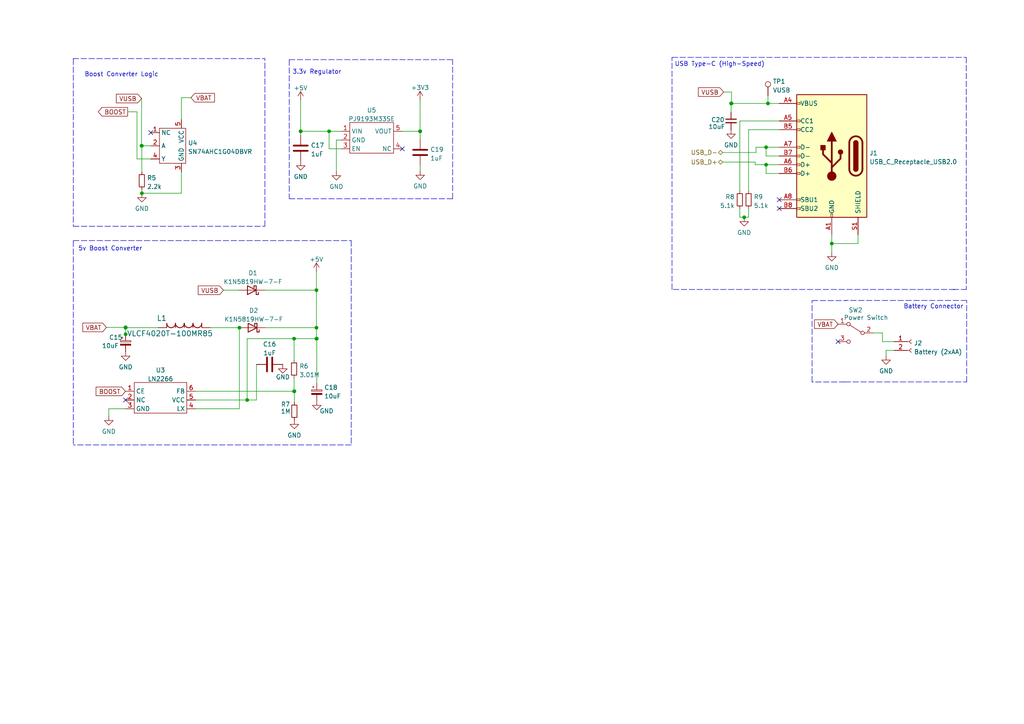
<source format=kicad_sch>
(kicad_sch (version 20211123) (generator eeschema)
  (paper "A4")
  (title_block (title "Robot Roshshambo Badge") (comment 1 "Blame Ada (lacecard) for the hardware :)"))
  (lib_symbols
    (symbol "2022-06-01_15-41-21:VLCF4020T-100MR85" (pin_numbers hide) (pin_names (offset 1.651) hide)
      (property "Reference" "L" (at 6.985 5.08 0))
      (property "Value" "VLCF4020T-100MR85" (at 6.985 -5.715 0))
      (symbol "VLCF4020T-100MR85_1_1"
        (polyline (pts (xy 2.54 0) (xy 2.54 1.27)) (stroke (width 0.2032)))
        (polyline (pts (xy 5.08 0) (xy 5.08 1.27)) (stroke (width 0.2032)))
        (polyline (pts (xy 7.62 0) (xy 7.62 1.27)) (stroke (width 0.2032)))
        (polyline (pts (xy 10.16 0) (xy 10.16 1.27)) (stroke (width 0.2032)))
        (polyline (pts (xy 12.7 0) (xy 12.7 1.27)) (stroke (width 0.2032)))
        (arc (start 2.54 1.27) (mid 3.81 0) (end 5.08 1.27) (stroke (width 0.254)))
        (arc (start 5.08 1.27) (mid 6.35 0) (end 7.62 1.27) (stroke (width 0.254)))
        (arc (start 7.62 1.27) (mid 8.89 0) (end 10.16 1.27) (stroke (width 0.254)))
        (arc (start 10.16 1.27) (mid 11.43 0) (end 12.7 1.27) (stroke (width 0.254)))
        (pin unspecified line (at 15.24 0 180) (length 2.54) (name "1") (number "1"))
        (pin unspecified line (at 0 0 0) (length 2.54) (name "2") (number "2"))
      )
    )
    (symbol "Connector:Conn_01x02_Female" (pin_names (offset 1.016) hide)
      (property "Reference" "J" (at 0 2.54 0))
      (property "Value" "Conn_01x02_Female" (at 0 -5.08 0))
      (symbol "Conn_01x02_Female_1_1"
        (arc (start 0 -2.032) (mid -0.508 -2.54) (end 0 -3.048) (stroke (width 0.1524)))
        (polyline (pts (xy -1.27 -2.54) (xy -0.508 -2.54)) (stroke (width 0.1524)))
        (polyline (pts (xy -1.27 0) (xy -0.508 0)) (stroke (width 0.1524)))
        (arc (start 0 0.508) (mid -0.508 0) (end 0 -0.508) (stroke (width 0.1524)))
        (pin passive line (at -5.08 0 0) (length 3.81) (name "Pin_1") (number "1"))
        (pin passive line (at -5.08 -2.54 0) (length 3.81) (name "Pin_2") (number "2"))
      )
    )
    (symbol "Connector:TestPoint" (pin_numbers hide) (pin_names (offset 0.762) hide)
      (property "Reference" "TP" (at 0 6.858 0))
      (property "Value" "TestPoint" (at 0 5.08 0))
      (symbol "TestPoint_0_1"
        (circle (center 0 3.302) (radius 0.762))
      )
      (symbol "TestPoint_1_1"
        (pin passive line (at 0 0 90) (length 2.54) (name "1") (number "1"))
      )
    )
    (symbol "Connector:USB_C_Receptacle_USB2.0" (pin_names (offset 1.016))
      (property "Reference" "J" (at -10.16 19.05 0))
      (property "Value" "USB_C_Receptacle_USB2.0" (at 19.05 19.05 0))
      (symbol "USB_C_Receptacle_USB2.0_0_0"
        (rectangle (start -0.254 -17.78) (end 0.254 -16.764))
        (rectangle (start 10.16 -14.986) (end 9.144 -15.494))
        (rectangle (start 10.16 -12.446) (end 9.144 -12.954))
        (rectangle (start 10.16 -4.826) (end 9.144 -5.334))
        (rectangle (start 10.16 -2.286) (end 9.144 -2.794))
        (rectangle (start 10.16 0.254) (end 9.144 -0.254))
        (rectangle (start 10.16 2.794) (end 9.144 2.286))
        (rectangle (start 10.16 7.874) (end 9.144 7.366))
        (rectangle (start 10.16 10.414) (end 9.144 9.906))
        (rectangle (start 10.16 15.494) (end 9.144 14.986))
      )
      (symbol "USB_C_Receptacle_USB2.0_0_1"
        (rectangle (start -10.16 17.78) (end 10.16 -17.78) (stroke (width 0.254)) (fill (type background)))
        (arc (start -8.89 -3.81) (mid -6.985 -5.715) (end -5.08 -3.81) (stroke (width 0.508)))
        (arc (start -7.62 -3.81) (mid -6.985 -4.445) (end -6.35 -3.81) (stroke (width 0.254)))
        (arc (start -7.62 -3.81) (mid -6.985 -4.445) (end -6.35 -3.81) (stroke (width 0.254)) (fill (type outline)))
        (rectangle (start -7.62 -3.81) (end -6.35 3.81) (stroke (width 0.254)) (fill (type outline)))
        (arc (start -6.35 3.81) (mid -6.985 4.445) (end -7.62 3.81) (stroke (width 0.254)))
        (arc (start -6.35 3.81) (mid -6.985 4.445) (end -7.62 3.81) (stroke (width 0.254)) (fill (type outline)))
        (arc (start -5.08 3.81) (mid -6.985 5.715) (end -8.89 3.81) (stroke (width 0.508)))
        (circle (center -2.54 1.143) (radius 0.635) (stroke (width 0.254)) (fill (type outline)))
        (circle (center 0 -5.842) (radius 1.27) (fill (type outline)))
        (polyline (pts (xy -8.89 -3.81) (xy -8.89 3.81)) (stroke (width 0.508)))
        (polyline (pts (xy -5.08 3.81) (xy -5.08 -3.81)) (stroke (width 0.508)))
        (polyline (pts (xy 0 -5.842) (xy 0 4.318)) (stroke (width 0.508)))
        (polyline (pts (xy 0 -3.302) (xy -2.54 -0.762) (xy -2.54 0.508)) (stroke (width 0.508)))
        (polyline (pts (xy 0 -2.032) (xy 2.54 0.508) (xy 2.54 1.778)) (stroke (width 0.508)))
        (polyline (pts (xy -1.27 4.318) (xy 0 6.858) (xy 1.27 4.318) (xy -1.27 4.318)) (stroke (width 0.254)) (fill (type outline)))
        (rectangle (start 1.905 1.778) (end 3.175 3.048) (stroke (width 0.254)) (fill (type outline)))
      )
      (symbol "USB_C_Receptacle_USB2.0_1_1"
        (pin passive line (at 0 -22.86 90) (length 5.08) (name "GND") (number "A1"))
        (pin passive line (at 0 -22.86 90) (length 5.08) hide (name "GND") (number "A12"))
        (pin passive line (at 15.24 15.24 180) (length 5.08) (name "VBUS") (number "A4"))
        (pin bidirectional line (at 15.24 10.16 180) (length 5.08) (name "CC1") (number "A5"))
        (pin bidirectional line (at 15.24 -2.54 180) (length 5.08) (name "D+") (number "A6"))
        (pin bidirectional line (at 15.24 2.54 180) (length 5.08) (name "D-") (number "A7"))
        (pin bidirectional line (at 15.24 -12.7 180) (length 5.08) (name "SBU1") (number "A8"))
        (pin passive line (at 15.24 15.24 180) (length 5.08) hide (name "VBUS") (number "A9"))
        (pin passive line (at 0 -22.86 90) (length 5.08) hide (name "GND") (number "B1"))
        (pin passive line (at 0 -22.86 90) (length 5.08) hide (name "GND") (number "B12"))
        (pin passive line (at 15.24 15.24 180) (length 5.08) hide (name "VBUS") (number "B4"))
        (pin bidirectional line (at 15.24 7.62 180) (length 5.08) (name "CC2") (number "B5"))
        (pin bidirectional line (at 15.24 -5.08 180) (length 5.08) (name "D+") (number "B6"))
        (pin bidirectional line (at 15.24 0 180) (length 5.08) (name "D-") (number "B7"))
        (pin bidirectional line (at 15.24 -15.24 180) (length 5.08) (name "SBU2") (number "B8"))
        (pin passive line (at 15.24 15.24 180) (length 5.08) hide (name "VBUS") (number "B9"))
        (pin passive line (at -7.62 -22.86 90) (length 5.08) (name "SHIELD") (number "S1"))
      )
    )
    (symbol "Device:C" (pin_numbers hide) (pin_names (offset 0.254))
      (property "Reference" "C" (at 0.635 2.54 0))
      (property "Value" "C" (at 0.635 -2.54 0))
      (symbol "C_0_1"
        (polyline (pts (xy -2.032 -0.762) (xy 2.032 -0.762)) (stroke (width 0.508)))
        (polyline (pts (xy -2.032 0.762) (xy 2.032 0.762)) (stroke (width 0.508)))
      )
      (symbol "C_1_1"
        (pin passive line (at 0 3.81 270) (length 2.794) (name "~") (number "1"))
        (pin passive line (at 0 -3.81 90) (length 2.794) (name "~") (number "2"))
      )
    )
    (symbol "Device:C_Polarized_Small" (pin_numbers hide) (pin_names (offset 0.254) hide)
      (property "Reference" "C" (at 0.254 1.778 0))
      (property "Value" "C_Polarized_Small" (at 0.254 -2.032 0))
      (symbol "C_Polarized_Small_0_1"
        (rectangle (start -1.524 -0.3048) (end 1.524 -0.6858) (fill (type outline)))
        (rectangle (start -1.524 0.6858) (end 1.524 0.3048))
        (polyline (pts (xy -1.27 1.524) (xy -0.762 1.524)))
        (polyline (pts (xy -1.016 1.27) (xy -1.016 1.778)))
      )
      (symbol "C_Polarized_Small_1_1"
        (pin passive line (at 0 2.54 270) (length 1.8542) (name "~") (number "1"))
        (pin passive line (at 0 -2.54 90) (length 1.8542) (name "~") (number "2"))
      )
    )
    (symbol "Device:C_Small" (pin_numbers hide) (pin_names (offset 0.254) hide)
      (property "Reference" "C" (at 0.254 1.778 0))
      (property "Value" "C_Small" (at 0.254 -2.032 0))
      (symbol "C_Small_0_1"
        (polyline (pts (xy -1.524 -0.508) (xy 1.524 -0.508)) (stroke (width 0.3302)))
        (polyline (pts (xy -1.524 0.508) (xy 1.524 0.508)) (stroke (width 0.3048)))
      )
      (symbol "C_Small_1_1"
        (pin passive line (at 0 2.54 270) (length 2.032) (name "~") (number "1"))
        (pin passive line (at 0 -2.54 90) (length 2.032) (name "~") (number "2"))
      )
    )
    (symbol "Device:D_Schottky" (pin_numbers hide) (pin_names (offset 1.016) hide)
      (property "Reference" "D" (at 0 2.54 0))
      (property "Value" "D_Schottky" (at 0 -2.54 0))
      (symbol "D_Schottky_0_1"
        (polyline (pts (xy 1.27 0) (xy -1.27 0)))
        (polyline (pts (xy 1.27 1.27) (xy 1.27 -1.27) (xy -1.27 0) (xy 1.27 1.27)) (stroke (width 0.254)))
        (polyline (pts (xy -1.905 0.635) (xy -1.905 1.27) (xy -1.27 1.27) (xy -1.27 -1.27) (xy -0.635 -1.27) (xy -0.635 -0.635)) (stroke (width 0.254)))
      )
      (symbol "D_Schottky_1_1"
        (pin passive line (at -3.81 0 0) (length 2.54) (name "K") (number "1"))
        (pin passive line (at 3.81 0 180) (length 2.54) (name "A") (number "2"))
      )
    )
    (symbol "Device:R_Small" (pin_numbers hide) (pin_names (offset 0.254) hide)
      (property "Reference" "R" (at 0.762 0.508 0))
      (property "Value" "R_Small" (at 0.762 -1.016 0))
      (symbol "R_Small_0_1"
        (rectangle (start -0.762 1.778) (end 0.762 -1.778) (stroke (width 0.2032)))
      )
      (symbol "R_Small_1_1"
        (pin passive line (at 0 2.54 270) (length 0.762) (name "~") (number "1"))
        (pin passive line (at 0 -2.54 90) (length 0.762) (name "~") (number "2"))
      )
    )
    (symbol "Switch:SW_SPDT" (pin_names (offset 0) hide)
      (property "Reference" "SW" (at 0 4.318 0))
      (property "Value" "SW_SPDT" (at 0 -5.08 0))
      (symbol "SW_SPDT_0_0"
        (circle (center -2.032 0) (radius 0.508))
        (circle (center 2.032 -2.54) (radius 0.508))
      )
      (symbol "SW_SPDT_0_1"
        (polyline (pts (xy -1.524 0.254) (xy 1.651 2.286)))
        (circle (center 2.032 2.54) (radius 0.508))
      )
      (symbol "SW_SPDT_1_1"
        (pin passive line (at 5.08 2.54 180) (length 2.54) (name "A") (number "1"))
        (pin passive line (at -5.08 0 0) (length 2.54) (name "B") (number "2"))
        (pin passive line (at 5.08 -2.54 180) (length 2.54) (name "C") (number "3"))
      )
    )
    (symbol "badge_psu:LN2266"
      (property "Reference" "U" (at -3.81 3.81 0))
      (property "Value" "LN2266" (at 6.35 -7.62 0))
      (symbol "LN2266_0_1"
        (rectangle (start -5.08 2.54) (end 10.16 -6.35))
      )
      (symbol "LN2266_1_1"
        (pin input line (at -7.62 0 0) (length 2.54) (name "CE") (number "1"))
        (pin input line (at -7.62 -2.54 0) (length 2.54) (name "NC") (number "2"))
        (pin input line (at -7.62 -5.08 0) (length 2.54) (name "GND") (number "3"))
        (pin input line (at 12.7 -5.08 180) (length 2.54) (name "LX") (number "4"))
        (pin input line (at 12.7 -2.54 180) (length 2.54) (name "VCC") (number "5"))
        (pin input line (at 12.7 0 180) (length 2.54) (name "FB") (number "6"))
      )
    )
    (symbol "badge_psu:PJ9193M33SE"
      (property "Reference" "U" (at -5.08 10.16 0))
      (property "Value" "PJ9193M33SE" (at 0 -1.27 0))
      (symbol "PJ9193M33SE_0_1"
        (rectangle (start -6.35 8.89) (end 6.35 0))
      )
      (symbol "PJ9193M33SE_1_1"
        (pin input line (at -8.89 6.35 0) (length 2.54) (name "VIN") (number "1"))
        (pin input line (at -8.89 3.81 0) (length 2.54) (name "GND") (number "2"))
        (pin input line (at -8.89 1.27 0) (length 2.54) (name "EN") (number "3"))
        (pin input line (at 8.89 1.27 180) (length 2.54) (name "NC") (number "4"))
        (pin input line (at 8.89 6.35 180) (length 2.54) (name "VOUT") (number "5"))
      )
    )
    (symbol "badge_psu:SN74AHC1G04DBVR"
      (property "Reference" "U" (at -7.62 12.7 0))
      (property "Value" "SN74AHC1G04DBVR" (at -3.81 -3.81 0))
      (symbol "SN74AHC1G04DBVR_0_1"
        (rectangle (start -7.62 11.43) (end 0 1.27))
      )
      (symbol "SN74AHC1G04DBVR_1_1"
        (pin input line (at -10.16 10.16 0) (length 2.54) (name "NC") (number "1"))
        (pin input line (at -10.16 6.35 0) (length 2.54) (name "A") (number "2"))
        (pin input line (at -1.27 -1.27 90) (length 2.54) (name "GND") (number "3"))
        (pin input line (at -10.16 2.54 0) (length 2.54) (name "Y") (number "4"))
        (pin input line (at -1.27 13.97 270) (length 2.54) (name "VCC") (number "5"))
      )
    )
    (symbol "power:+3.3V" (power) (pin_names (offset 0))
      (property "Value" "+3.3V" (at 0 3.556 0))
      (symbol "+3.3V_0_1"
        (polyline (pts (xy -0.762 1.27) (xy 0 2.54)))
        (polyline (pts (xy 0 0) (xy 0 2.54)))
        (polyline (pts (xy 0 2.54) (xy 0.762 1.27)))
      )
      (symbol "+3.3V_1_1"
        (pin power_in line (at 0 0 90) (length 0) hide (name "+3V3") (number "1"))
      )
    )
    (symbol "power:+5V" (power) (pin_names (offset 0))
      (property "Value" "+5V" (at 0 3.556 0))
      (symbol "+5V_0_1"
        (polyline (pts (xy -0.762 1.27) (xy 0 2.54)))
        (polyline (pts (xy 0 0) (xy 0 2.54)))
        (polyline (pts (xy 0 2.54) (xy 0.762 1.27)))
      )
      (symbol "+5V_1_1"
        (pin power_in line (at 0 0 90) (length 0) hide (name "+5V") (number "1"))
      )
    )
    (symbol "power:GND" (power) (pin_names (offset 0))
      (property "Value" "GND" (at 0 -3.81 0))
      (symbol "GND_0_1"
        (polyline (pts (xy 0 0) (xy 0 -1.27) (xy 1.27 -1.27) (xy 0 -2.54) (xy -1.27 -1.27) (xy 0 -1.27)))
      )
      (symbol "GND_1_1"
        (pin power_in line (at 0 0 270) (length 0) hide (name "GND") (number "1"))
      )
    )
  )
  (junction (at 85.2955 98.2241))
  (junction (at 91.7806 98.2241))
  (junction (at 212.165 30.0018))
  (junction (at 36.4297 95.0445))
  (junction (at 41.1513 56.0462))
  (junction (at 91.877 98.2241))
  (junction (at 36.4297 94.9609))
  (junction (at 36.4375 96.9371))
  (junction (at 91.7806 95.0445))
  (junction (at 121.831 38.0763))
  (junction (at 41.1368 42.2843))
  (junction (at 222.7416 30.0018))
  (junction (at 41.0614 42.2843))
  (junction (at 85.3784 113.4789))
  (junction (at 91.7806 84.1572))
  (junction (at 222.198 47.7818))
  (junction (at 85.2955 113.4789))
  (junction (at 95.4487 38.0763))
  (junction (at 36.4297 94.9747))
  (junction (at 121.8663 38.0763))
  (junction (at 87.2208 38.0763))
  (junction (at 71.6814 116.0189))
  (junction (at 212.038 30.0018))
  (junction (at 241.248 70.6418))
  (junction (at 222.198 42.7018))
  (junction (at 87.1892 38.0763))
  (junction (at 215.848 63.0218))
  (junction (at 69.4437 95.0445))
  (no_connect (at 43.7177 38.4743))
  (no_connect (at 226.008 57.9418))
  (no_connect (at 243.0656 99.1005))
  (no_connect (at 226.008 60.4818))
  (no_connect (at 36.3958 116.0189))
  (no_connect (at 116.6865 43.1563))
  (wire (pts (xy 87.1892 38.0763) (xy 87.2208 38.0763)))
  (wire (pts (xy 71.6814 98.2241) (xy 85.2955 98.2241)))
  (wire (pts (xy 241.248 70.6418) (xy 248.868 70.6418)))
  (wire (pts (xy 209.879 26.6998) (xy 212.165 26.6998)))
  (wire (pts (xy 91.877 111.2243) (xy 91.877 98.2241)))
  (polyline (pts (xy 83.8871 17.3068) (xy 83.8871 57.6477)))
  (wire (pts (xy 85.2955 98.2241) (xy 91.7806 98.2241)))
  (polyline (pts (xy 21.2564 69.8776) (xy 21.2564 129.045)))
  (polyline (pts (xy 194.9094 16.6442) (xy 280.2534 16.6442)))
  (wire (pts (xy 61.0617 95.0445) (xy 69.4437 95.0445)))
  (wire (pts (xy 214.578 60.4818) (xy 214.578 63.0218)))
  (wire (pts (xy 222.198 50.3218) (xy 226.008 50.3218)))
  (wire (pts (xy 56.7158 118.5589) (xy 69.4437 118.5589)))
  (wire (pts (xy 30.8699 94.9609) (xy 36.4297 94.9609)))
  (wire (pts (xy 226.008 45.2418) (xy 222.198 45.2418)))
  (wire (pts (xy 52.6077 28.3402) (xy 55.3791 28.3402)))
  (wire (pts (xy 91.7806 98.2241) (xy 91.7806 95.0445)))
  (wire (pts (xy 209.625 47.0198) (xy 219.023 47.0198)))
  (wire (pts (xy 52.6077 34.6643) (xy 52.6077 28.3402)))
  (wire (pts (xy 257.0055 101.6279) (xy 257.0055 103.1519)))
  (wire (pts (xy 222.198 42.7018) (xy 222.198 45.2418)))
  (wire (pts (xy 41.1368 42.2843) (xy 43.7177 42.2843)))
  (wire (pts (xy 85.3784 113.4789) (xy 85.3784 116.7358)))
  (wire (pts (xy 36.4297 95.0445) (xy 36.4297 96.9371)))
  (wire (pts (xy 241.248 70.6418) (xy 241.248 73.1818)))
  (wire (pts (xy 69.4437 95.0445) (xy 69.4437 118.5589)))
  (wire (pts (xy 215.848 63.0218) (xy 217.118 63.0218)))
  (wire (pts (xy 255.9549 96.5605) (xy 255.9549 99.0879)))
  (wire (pts (xy 69.2244 84.1572) (xy 64.8127 84.1572)))
  (wire (pts (xy 41.1513 56.0462) (xy 41.1368 56.0462)))
  (wire (pts (xy 241.248 68.1018) (xy 241.248 70.6418)))
  (wire (pts (xy 71.6814 98.2241) (xy 71.6814 116.0189)))
  (wire (pts (xy 95.4487 38.0763) (xy 98.9065 38.0763)))
  (wire (pts (xy 36.3958 113.5123) (xy 36.3958 113.4789)))
  (polyline (pts (xy 83.8871 57.6477) (xy 131.2764 57.6477)))
  (wire (pts (xy 36.4297 94.9747) (xy 36.4297 94.9609)))
  (polyline (pts (xy 101.8684 129.045) (xy 21.2564 129.045)))
  (wire (pts (xy 87.2208 39.1762) (xy 87.2208 38.0763)))
  (wire (pts (xy 219.023 47.7818) (xy 222.198 47.7818)))
  (polyline (pts (xy 235.5347 110.7822) (xy 235.5347 87.1753)))
  (wire (pts (xy 222.198 47.7818) (xy 222.198 50.3218)))
  (wire (pts (xy 248.868 70.6418) (xy 248.868 68.1018)))
  (wire (pts (xy 64.8127 84.1572) (xy 64.8127 84.1886)))
  (wire (pts (xy 56.7158 116.0189) (xy 71.6814 116.0189)))
  (polyline (pts (xy 83.8931 17.3011) (xy 131.2764 17.3011)))
  (polyline (pts (xy 245.0746 110.7822) (xy 235.5347 110.7822)))
  (wire (pts (xy 91.877 98.2241) (xy 91.7806 98.2241)))
  (wire (pts (xy 259.2915 101.6279) (xy 257.0055 101.6279)))
  (polyline (pts (xy 280.2534 16.6442) (xy 280.2534 83.9542)))
  (wire (pts (xy 219.277 42.7018) (xy 222.198 42.7018)))
  (wire (pts (xy 219.277 44.2258) (xy 219.277 42.7018)))
  (polyline (pts (xy 21.262 17.1098) (xy 21.262 65.6333)))
  (polyline (pts (xy 280.3735 87.1499) (xy 245.0675 87.1499)))
  (wire (pts (xy 121.8663 48.019) (xy 121.8663 49.5473)))
  (wire (pts (xy 91.7806 95.0445) (xy 91.7806 84.1572)))
  (wire (pts (xy 41.1368 54.9706) (xy 41.1368 56.0462)))
  (wire (pts (xy 212.165 26.6998) (xy 212.165 30.0018)))
  (wire (pts (xy 77.0637 95.0445) (xy 91.7806 95.0445)))
  (wire (pts (xy 219.023 47.0198) (xy 219.023 47.7818)))
  (polyline (pts (xy 76.8262 65.6333) (xy 76.8262 16.9981)))
  (wire (pts (xy 52.6077 49.9043) (xy 52.6077 56.0462)))
  (wire (pts (xy 39.7325 46.0943) (xy 43.7177 46.0943)))
  (wire (pts (xy 121.831 38.0763) (xy 121.831 29.0076)))
  (wire (pts (xy 253.2256 96.5605) (xy 255.9549 96.5605)))
  (wire (pts (xy 36.4297 94.9747) (xy 36.4297 95.0445)))
  (wire (pts (xy 214.578 35.0818) (xy 214.578 55.4018)))
  (wire (pts (xy 222.7416 27.7606) (xy 222.7416 30.0018)))
  (wire (pts (xy 222.198 47.7818) (xy 226.008 47.7818)))
  (wire (pts (xy 212.165 30.0018) (xy 222.7416 30.0018)))
  (polyline (pts (xy 21.2557 69.7762) (xy 101.8684 69.7762)))
  (polyline (pts (xy 245.0675 110.7719) (xy 280.3735 110.7719)))
  (wire (pts (xy 56.7158 113.4789) (xy 85.2955 113.4789)))
  (wire (pts (xy 41.1368 49.8906) (xy 41.1368 42.2843)))
  (wire (pts (xy 212.038 30.0018) (xy 212.165 30.0018)))
  (polyline (pts (xy 235.5347 87.1753) (xy 245.3614 87.1753)))
  (wire (pts (xy 98.9065 43.1563) (xy 95.4487 43.1563)))
  (polyline (pts (xy 21.262 65.6333) (xy 76.8262 65.6333)))
  (wire (pts (xy 85.2955 109.5708) (xy 85.2955 113.4789)))
  (wire (pts (xy 255.9549 99.0879) (xy 259.2915 99.0879)))
  (wire (pts (xy 31.5588 118.5589) (xy 36.3958 118.5589)))
  (wire (pts (xy 222.198 42.7018) (xy 226.008 42.7018)))
  (wire (pts (xy 217.118 63.0218) (xy 217.118 60.4818)))
  (wire (pts (xy 39.7325 32.4252) (xy 39.7325 46.0943)))
  (wire (pts (xy 74.3917 116.0189) (xy 71.6814 116.0189)))
  (wire (pts (xy 209.625 44.2258) (xy 219.277 44.2258)))
  (wire (pts (xy 36.4375 96.9371) (xy 36.4297 96.9371)))
  (wire (pts (xy 121.8663 40.399) (xy 121.8663 38.0763)))
  (wire (pts (xy 97.5574 40.6163) (xy 98.9065 40.6163)))
  (wire (pts (xy 45.8217 95.0445) (xy 36.4297 95.0445)))
  (wire (pts (xy 41.0614 42.2843) (xy 41.1368 42.2843)))
  (wire (pts (xy 31.5588 120.7135) (xy 31.5588 118.5589)))
  (wire (pts (xy 116.6865 38.0763) (xy 121.831 38.0763)))
  (wire (pts (xy 95.4487 43.1563) (xy 95.4487 38.0763)))
  (wire (pts (xy 85.2955 98.2241) (xy 85.2955 104.4908)))
  (polyline (pts (xy 276.9514 83.9542) (xy 194.9094 83.9542)))
  (wire (pts (xy 91.7806 84.1572) (xy 91.7806 78.8223)))
  (wire (pts (xy 214.578 63.0218) (xy 215.848 63.0218)))
  (polyline (pts (xy 131.2764 57.6477) (xy 131.2764 17.3011)))
  (wire (pts (xy 217.118 37.6218) (xy 217.118 55.4018)))
  (wire (pts (xy 97.5574 49.6829) (xy 97.5574 40.6163)))
  (polyline (pts (xy 276.4434 83.9542) (xy 280.2534 83.9542)))
  (wire (pts (xy 121.8663 38.0763) (xy 121.831 38.0763)))
  (polyline (pts (xy 21.1773 16.9981) (xy 76.8262 16.9981)))
  (wire (pts (xy 74.3917 105.6966) (xy 74.3917 116.0189)))
  (polyline (pts (xy 280.3735 110.7719) (xy 280.3735 87.1499)))
  (wire (pts (xy 87.1892 29.0985) (xy 87.1892 38.0763)))
  (wire (pts (xy 87.2208 38.0763) (xy 95.4487 38.0763)))
  (wire (pts (xy 226.008 35.0818) (xy 214.578 35.0818)))
  (wire (pts (xy 226.008 37.6218) (xy 217.118 37.6218)))
  (wire (pts (xy 212.038 30.0018) (xy 212.038 32.5418)))
  (wire (pts (xy 222.7416 30.0018) (xy 226.008 30.0018)))
  (wire (pts (xy 85.2955 113.4789) (xy 85.3784 113.4789)))
  (polyline (pts (xy 101.8684 69.7762) (xy 101.8684 129.045)))
  (polyline (pts (xy 194.9094 83.9542) (xy 194.9094 16.6442)))
  (wire (pts (xy 41.0614 28.5711) (xy 41.0614 42.2843)))
  (wire (pts (xy 37.0335 32.4252) (xy 39.7325 32.4252)))
  (wire (pts (xy 52.6077 56.0462) (xy 41.1513 56.0462)))
  (wire (pts (xy 76.8444 84.1572) (xy 91.7806 84.1572)))
  (text "3.3v Regulator" (at 84.7784 21.7127 0) (effects (font (size 1.27 1.27)) (justify left bottom)))
  (text "USB Type-C (High-Speed)" (at 195.6714 19.4382 0) (effects (font (size 1.27 1.27)) (justify left bottom)))
  (text "5v Boost Converter" (at 22.6669 72.9513 0) (effects (font (size 1.27 1.27)) (justify left bottom)))
  (text "Battery Connector" (at 262.0493 89.7546 0) (effects (font (size 1.27 1.27)) (justify left bottom)))
  (text "Boost Converter Logic" (at 24.4969 22.4379 0) (effects (font (size 1.27 1.27)) (justify left bottom)))
  (global_label "VBAT" (shape input) (at 55.3791 28.3402 0) (property "Intersheet References" "${INTERSHEET_REFS}" (effects hide)))
  (global_label "VBAT" (shape input) (at 30.8699 94.9609 180) (property "Intersheet References" "${INTERSHEET_REFS}" (effects hide)))
  (global_label "BOOST" (shape input) (at 36.3958 113.5123 180) (property "Intersheet References" "${INTERSHEET_REFS}" (effects hide)))
  (global_label "VUSB" (shape input) (at 64.8127 84.1886 180) (property "Intersheet References" "${INTERSHEET_REFS}" (effects hide)))
  (global_label "BOOST" (shape output) (at 37.0335 32.4252 180) (property "Intersheet References" "${INTERSHEET_REFS}" (effects hide)))
  (global_label "VBAT" (shape input) (at 243.0656 94.0205 180) (property "Intersheet References" "${INTERSHEET_REFS}" (effects hide)))
  (global_label "VUSB" (shape input) (at 41.0614 28.5711 180) (property "Intersheet References" "${INTERSHEET_REFS}" (effects hide)))
  (global_label "VUSB" (shape input) (at 209.879 26.6998 180) (property "Intersheet References" "${INTERSHEET_REFS}" (effects hide)))
  (hierarchical_label "USB_D-" (shape bidirectional) (at 209.625 44.2258 180))
  (hierarchical_label "USB_D+" (shape bidirectional) (at 209.625 47.0198 180))
  (symbol (lib_id "Switch:SW_SPDT") (at 248.1456 96.5605 0) (mirror y) (unit 1)
    (property "Reference" "SW2" (at 248.1456 89.9397 0))
    (property "Value" "Power Switch" (at 251.1905 92.1096 0))
    (property "Footprint" "Button_Switch_SMD:SW_SPDT_CK-JS102011SAQN" (effects hide))
  )
  (symbol (lib_id "badge_psu:SN74AHC1G04DBVR") (at 53.8777 48.6343 0) (unit 1)
    (property "Reference" "U4" (at 54.5127 41.4496 0) (effects (justify left)))
    (property "Value" "SN74AHC1G04DBVR" (at 54.5127 43.9865 0) (effects (justify left)))
    (property "Footprint" "Package_TO_SOT_SMD:SOT-23-5" (effects hide))
  )
  (symbol (lib_id "power:GND") (at 41.1513 56.0462 0) (unit 1)
    (property "Reference" "#PWR0114" (effects hide))
    (property "Value" "GND" (at 41.1513 60.4896 0))
  )
  (symbol (lib_id "Device:C_Polarized_Small") (at 91.877 113.7643 0) (unit 1)
    (property "Reference" "C18" (at 94.036 112.3835 0) (effects (justify left)))
    (property "Value" "10uF" (at 94.036 114.9204 0) (effects (justify left)))
    (property "Footprint" "Capacitor_Tantalum_SMD:CP_EIA-1608-10_AVX-L" (effects hide))
    (property "Datasheet" "F981A106MMA" (effects hide))
  )
  (symbol (lib_id "Connector:TestPoint") (at 222.7416 27.7606 0) (unit 1)
    (property "Reference" "TP1" (at 224.1386 23.6239 0) (effects (justify left)))
    (property "Value" "VUSB" (at 224.1386 26.1608 0) (effects (justify left)))
    (property "Footprint" "TestPoint:TestPoint_Pad_D2.0mm" (effects hide))
  )
  (symbol (lib_id "Device:R_Small") (at 41.1368 52.4306 0) (unit 1)
    (property "Reference" "R5" (at 42.6354 51.5959 0) (effects (justify left)))
    (property "Value" "2.2k" (at 42.6354 54.1328 0) (effects (justify left)))
    (property "Footprint" "Resistor_SMD:R_0603_1608Metric" (effects hide))
  )
  (symbol (lib_id "power:GND") (at 121.8663 49.5473 0) (unit 1)
    (property "Reference" "#PWR0129" (effects hide))
    (property "Value" "GND" (at 121.8663 53.9907 0))
  )
  (symbol (lib_id "power:GND") (at 82.0117 105.6966 0) (unit 1)
    (property "Reference" "#PWR0123" (effects hide))
    (property "Value" "GND" (at 82.0406 109.3594 0))
  )
  (symbol (lib_id "Device:C") (at 78.2017 105.6966 90) (unit 1)
    (property "Reference" "C16" (at 78.2017 99.8378 90))
    (property "Value" "1uF" (at 78.2017 102.3747 90))
    (property "Footprint" "Capacitor_SMD:C_0603_1608Metric" (effects hide))
  )
  (symbol (lib_id "Device:R_Small") (at 217.118 57.9418 0) (unit 1)
    (property "Reference" "R9" (at 218.6166 57.1071 0) (effects (justify left)))
    (property "Value" "5.1k" (at 218.6166 59.644 0) (effects (justify left)))
    (property "Footprint" "Resistor_SMD:R_0603_1608Metric" (effects hide))
  )
  (symbol (lib_id "power:GND") (at 241.248 73.1818 0) (unit 1)
    (property "Reference" "#PWR0116" (effects hide))
    (property "Value" "GND" (at 241.248 77.6252 0))
  )
  (symbol (lib_id "Device:C") (at 121.8663 44.209 0) (unit 1)
    (property "Reference" "C19" (at 124.7873 43.3743 0) (effects (justify left)))
    (property "Value" "1uF" (at 124.7873 45.9112 0) (effects (justify left)))
    (property "Footprint" "Capacitor_SMD:C_0603_1608Metric" (effects hide))
  )
  (symbol (lib_id "power:GND") (at 31.5588 120.7135 0) (unit 1)
    (property "Reference" "#PWR0119" (effects hide))
    (property "Value" "GND" (at 31.5588 125.1569 0))
  )
  (symbol (lib_id "Device:C_Small") (at 212.038 35.0818 0) (unit 1)
    (property "Reference" "C20" (at 206.2471 34.7534 0) (effects (justify left)))
    (property "Value" "10uF" (at 205.4536 36.7544 0) (effects (justify left)))
    (property "Footprint" "Capacitor_SMD:C_0603_1608Metric" (effects hide))
  )
  (symbol (lib_id "power:GND") (at 257.0055 103.1519 0) (unit 1)
    (property "Reference" "#PWR0115" (effects hide))
    (property "Value" "GND" (at 257.0055 107.5953 0))
  )
  (symbol (lib_id "power:GND") (at 91.877 116.3043 0) (unit 1)
    (property "Reference" "#PWR0122" (effects hide))
    (property "Value" "GND" (at 94.7222 119.198 0))
  )
  (symbol (lib_id "Device:C_Polarized_Small") (at 36.4375 99.4771 0) (unit 1)
    (property "Reference" "C15" (at 31.6195 97.8605 0) (effects (justify left)))
    (property "Value" "10uF" (at 29.5503 100.2896 0) (effects (justify left)))
    (property "Footprint" "Capacitor_Tantalum_SMD:CP_EIA-1608-10_AVX-L" (effects hide))
    (property "Datasheet" "F981A106MMA" (effects hide))
  )
  (symbol (lib_id "power:GND") (at 85.3784 121.8158 0) (unit 1)
    (property "Reference" "#PWR0121" (effects hide))
    (property "Value" "GND" (at 85.3784 126.2592 0))
  )
  (symbol (lib_id "Device:R_Small") (at 85.2955 107.0308 0) (unit 1)
    (property "Reference" "R6" (at 86.7941 106.1961 0) (effects (justify left)))
    (property "Value" "3.01M" (at 86.7941 108.733 0) (effects (justify left)))
    (property "Footprint" "Resistor_SMD:R_0603_1608Metric" (effects hide))
  )
  (symbol (lib_id "power:GND") (at 215.848 63.0218 0) (unit 1)
    (property "Reference" "#PWR0118" (effects hide))
    (property "Value" "GND" (at 215.848 67.4652 0))
  )
  (symbol (lib_id "power:+5V") (at 91.7806 78.8223 0) (unit 1)
    (property "Reference" "#PWR0124" (effects hide))
    (property "Value" "+5V" (at 91.7806 75.2465 0))
  )
  (symbol (lib_id "power:GND") (at 97.5574 49.6829 0) (unit 1)
    (property "Reference" "#PWR0127" (effects hide))
    (property "Value" "GND" (at 97.5574 54.1263 0))
  )
  (symbol (lib_id "power:GND") (at 87.2208 46.7962 0) (unit 1)
    (property "Reference" "#PWR0125" (effects hide))
    (property "Value" "GND" (at 87.2208 51.2396 0))
  )
  (symbol (lib_id "Device:C") (at 87.2208 42.9862 0) (unit 1)
    (property "Reference" "C17" (at 90.1418 42.1515 0) (effects (justify left)))
    (property "Value" "1uF" (at 90.1418 44.6884 0) (effects (justify left)))
    (property "Footprint" "Capacitor_SMD:C_0603_1608Metric" (effects hide))
  )
  (symbol (lib_id "Device:D_Schottky") (at 73.0344 84.1572 180) (unit 1)
    (property "Reference" "D1" (at 73.3519 79.1874 0))
    (property "Value" "K1N5819HW-7-F" (at 73.3519 81.7243 0))
    (property "Footprint" "Diode_SMD:D_SOD-123" (effects hide))
  )
  (symbol (lib_id "power:GND") (at 212.038 37.6218 0) (unit 1)
    (property "Reference" "#PWR0117" (effects hide))
    (property "Value" "GND" (at 212.038 42.0652 0))
  )
  (symbol (lib_id "Device:R_Small") (at 85.3784 119.2758 0) (unit 1)
    (property "Reference" "R7" (at 81.4574 117.2831 0) (effects (justify left)))
    (property "Value" "1M" (at 81.4185 119.3036 0) (effects (justify left)))
    (property "Footprint" "Resistor_SMD:R_0603_1608Metric" (effects hide))
  )
  (symbol (lib_id "Connector:USB_C_Receptacle_USB2.0") (at 241.248 45.2418 0) (mirror y) (unit 1)
    (property "Reference" "J1" (at 252.17 44.4071 0) (effects (justify right)))
    (property "Value" "USB_C_Receptacle_USB2.0" (at 252.17 46.944 0) (effects (justify right)))
    (property "Footprint" "Connector_USB:USB_C_Receptacle_HRO_TYPE-C-31-M-12" (effects hide))
    (property "Datasheet" "https://www.usb.org/sites/default/files/documents/usb_type-c.zip" (effects hide))
  )
  (symbol (lib_id "2022-06-01_15-41-21:VLCF4020T-100MR85") (at 45.8217 95.0445 0) (unit 1)
    (property "Reference" "L1" (at 46.9114 92.2887 0) (effects (font (size 1.524 1.524))))
    (property "Value" "VLCF4020T-100MR85" (at 49.299 96.7307 0) (effects (font (size 1.524 1.524))))
    (property "Footprint" "footprints:VLCF4020T-100MR85" (effects hide))
  )
  (symbol (lib_id "badge_psu:LN2266") (at 44.0158 113.4789 0) (unit 1)
    (property "Reference" "U3" (at 46.5558 107.3661 0))
    (property "Value" "LN2266" (at 46.5558 109.903 0))
    (property "Footprint" "Package_TO_SOT_SMD:SOT-23-6" (effects hide))
  )
  (symbol (lib_id "power:GND") (at 36.4375 102.0171 0) (unit 1)
    (property "Reference" "#PWR0120" (effects hide))
    (property "Value" "GND" (at 36.4375 106.4605 0))
  )
  (symbol (lib_id "power:+3.3V") (at 121.831 29.0076 0) (unit 1)
    (property "Reference" "#PWR0128" (effects hide))
    (property "Value" "+3.3V" (at 121.831 25.4318 0))
  )
  (symbol (lib_id "Device:R_Small") (at 214.578 57.9418 0) (unit 1)
    (property "Reference" "R8" (at 213.0794 57.1071 0) (effects (justify right)))
    (property "Value" "5.1k" (at 213.0794 59.644 0) (effects (justify right)))
    (property "Footprint" "Resistor_SMD:R_0603_1608Metric" (effects hide))
  )
  (symbol (lib_id "power:+5V") (at 87.1892 29.0985 0) (unit 1)
    (property "Reference" "#PWR0126" (effects hide))
    (property "Value" "+5V" (at 87.1892 25.5227 0))
  )
  (symbol (lib_id "badge_psu:PJ9193M33SE") (at 107.7965 44.4263 0) (unit 1)
    (property "Reference" "U5" (at 107.7965 31.9635 0))
    (property "Value" "PJ9193M33SE" (at 107.7965 34.5004 0))
    (property "Footprint" "Package_TO_SOT_SMD:SOT-23-5" (effects hide))
  )
  (symbol (lib_id "Connector:Conn_01x02_Female") (at 264.3715 99.0879 0) (unit 1)
    (property "Reference" "J2" (at 265.0827 99.5232 0) (effects (justify left)))
    (property "Value" "Battery (2xAA)" (at 265.0827 102.0601 0) (effects (justify left)))
    (property "Footprint" "Connector_PinHeader_2.54mm:PinHeader_1x02_P2.54mm_Vertical" (effects hide))
  )
  (symbol (lib_id "Device:D_Schottky") (at 73.2537 95.0445 180) (unit 1)
    (property "Reference" "D2" (at 73.5712 90.0747 0))
    (property "Value" "K1N5819HW-7-F" (at 73.5712 92.6116 0))
    (property "Footprint" "Diode_SMD:D_SOD-123" (effects hide))
  )
)
</source>
